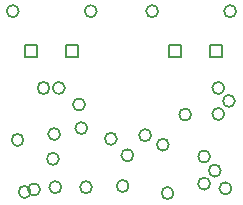
<source format=gbr>
%TF.GenerationSoftware,Altium Limited,Altium Designer,23.9.2 (47)*%
G04 Layer_Color=2752767*
%FSLAX45Y45*%
%MOMM*%
%TF.SameCoordinates,14EE52A8-4136-4093-BC95-9A2147CF655B*%
%TF.FilePolarity,Positive*%
%TF.FileFunction,Drawing*%
%TF.Part,Single*%
G01*
G75*
%TA.AperFunction,NonConductor*%
%ADD63C,0.12700*%
%ADD64C,0.16933*%
D63*
X1749200Y1229200D02*
Y1330800D01*
X1850800D01*
Y1229200D01*
X1749200D01*
X1399200D02*
Y1330800D01*
X1500800D01*
Y1229200D01*
X1399200D01*
X529199D02*
Y1330800D01*
X630799D01*
Y1229200D01*
X529199D01*
X179199D02*
Y1330800D01*
X280799D01*
Y1229200D01*
X179199D01*
D64*
X1100800Y400000D02*
G03*
X1100800Y400000I-50800J0D01*
G01*
X1750800Y160000D02*
G03*
X1750800Y160000I-50800J0D01*
G01*
X1840800Y270000D02*
G03*
X1840800Y270000I-50800J0D01*
G01*
X1310800Y1620000D02*
G03*
X1310800Y1620000I-50800J0D01*
G01*
X790800D02*
G03*
X790800Y1620000I-50800J0D01*
G01*
X310800Y110000D02*
G03*
X310800Y110000I-50800J0D01*
G01*
X520800Y970000D02*
G03*
X520800Y970000I-50800J0D01*
G01*
X1250800Y570000D02*
G03*
X1250800Y570000I-50800J0D01*
G01*
X960800Y540000D02*
G03*
X960800Y540000I-50800J0D01*
G01*
X1060800Y140000D02*
G03*
X1060800Y140000I-50800J0D01*
G01*
X1400800Y490000D02*
G03*
X1400800Y490000I-50800J0D01*
G01*
X1750800Y390000D02*
G03*
X1750800Y390000I-50800J0D01*
G01*
X1440800Y80000D02*
G03*
X1440800Y80000I-50800J0D01*
G01*
X1930800Y120000D02*
G03*
X1930800Y120000I-50800J0D01*
G01*
X1970800Y1620000D02*
G03*
X1970800Y1620000I-50800J0D01*
G01*
X130800D02*
G03*
X130800Y1620000I-50800J0D01*
G01*
X230800Y90000D02*
G03*
X230800Y90000I-50800J0D01*
G01*
X490800Y130000D02*
G03*
X490800Y130000I-50800J0D01*
G01*
X710800Y630000D02*
G03*
X710800Y630000I-50800J0D01*
G01*
X1870800Y750000D02*
G03*
X1870800Y750000I-50800J0D01*
G01*
X1960800Y860000D02*
G03*
X1960800Y860000I-50800J0D01*
G01*
X1870800Y970000D02*
G03*
X1870800Y970000I-50800J0D01*
G01*
X390800D02*
G03*
X390800Y970000I-50800J0D01*
G01*
X690800Y830000D02*
G03*
X690800Y830000I-50800J0D01*
G01*
X170800Y530000D02*
G03*
X170800Y530000I-50800J0D01*
G01*
X480800Y580000D02*
G03*
X480800Y580000I-50800J0D01*
G01*
X470800Y370000D02*
G03*
X470800Y370000I-50800J0D01*
G01*
X750800Y130000D02*
G03*
X750800Y130000I-50800J0D01*
G01*
X1590292Y745051D02*
G03*
X1590292Y745051I-50800J0D01*
G01*
%TF.MD5,c40f6560bd9a130080ca3e24073c6004*%
M02*

</source>
